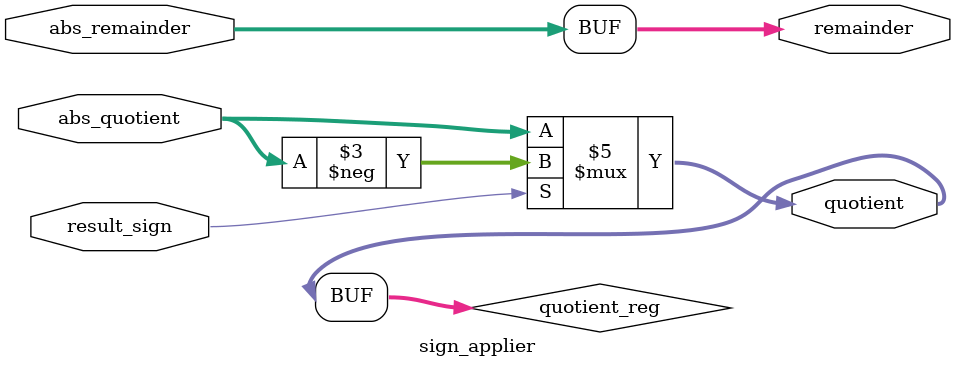
<source format=sv>
module signed_divider_4bit_negative (
    input signed [3:0] a,
    input signed [3:0] b,
    output signed [3:0] quotient,
    output signed [3:0] remainder
);
    // Internal signals
    wire [3:0] abs_a, abs_b;
    wire [3:0] abs_quotient, abs_remainder;
    wire a_sign, b_sign, result_sign;
    
    // Sign detection submodule
    sign_detector sign_detector_inst (
        .a(a),
        .b(b),
        .a_sign(a_sign),
        .b_sign(b_sign),
        .result_sign(result_sign)
    );
    
    // Absolute value conversion submodule
    abs_converter abs_converter_inst (
        .a(a),
        .b(b),
        .abs_a(abs_a),
        .abs_b(abs_b)
    );
    
    // Unsigned division submodule
    unsigned_divider_4bit unsigned_divider_inst (
        .a(abs_a),
        .b(abs_b),
        .quotient(abs_quotient),
        .remainder(abs_remainder)
    );
    
    // Result sign application submodule
    sign_applier sign_applier_inst (
        .abs_quotient(abs_quotient),
        .abs_remainder(abs_remainder),
        .result_sign(result_sign),
        .quotient(quotient),
        .remainder(remainder)
    );
endmodule

// Sign detection submodule
module sign_detector (
    input signed [3:0] a,
    input signed [3:0] b,
    output a_sign,
    output b_sign,
    output result_sign
);
    assign a_sign = a[3];
    assign b_sign = b[3];
    assign result_sign = a_sign ^ b_sign;
endmodule

// Absolute value conversion submodule
module abs_converter (
    input signed [3:0] a,
    input signed [3:0] b,
    output [3:0] abs_a,
    output [3:0] abs_b
);
    reg [3:0] abs_a_reg, abs_b_reg;
    
    always @(*) begin
        if (a[3]) begin
            abs_a_reg = -a;
        end else begin
            abs_a_reg = a;
        end
        
        if (b[3]) begin
            abs_b_reg = -b;
        end else begin
            abs_b_reg = b;
        end
    end
    
    assign abs_a = abs_a_reg;
    assign abs_b = abs_b_reg;
endmodule

// Unsigned division submodule
module unsigned_divider_4bit (
    input [3:0] a,
    input [3:0] b,
    output [3:0] quotient,
    output [3:0] remainder
);
    reg [3:0] q, r;
    reg [3:0] a_reg, b_reg;
    integer i;
    
    always @(*) begin
        a_reg = a;
        b_reg = b;
        q = 4'b0;
        r = 4'b0;
        
        for (i = 3; i >= 0; i = i - 1) begin
            r = {r[2:0], a_reg[i]};
            if (r >= b_reg) begin
                r = r - b_reg;
                q[i] = 1'b1;
            end else begin
                q[i] = 1'b0;
            end
        end
    end
    
    assign quotient = q;
    assign remainder = r;
endmodule

// Sign application submodule
module sign_applier (
    input [3:0] abs_quotient,
    input [3:0] abs_remainder,
    input result_sign,
    output signed [3:0] quotient,
    output signed [3:0] remainder
);
    reg signed [3:0] quotient_reg;
    
    always @(*) begin
        if (result_sign) begin
            quotient_reg = -abs_quotient;
        end else begin
            quotient_reg = abs_quotient;
        end
    end
    
    assign quotient = quotient_reg;
    assign remainder = abs_remainder;
endmodule
</source>
